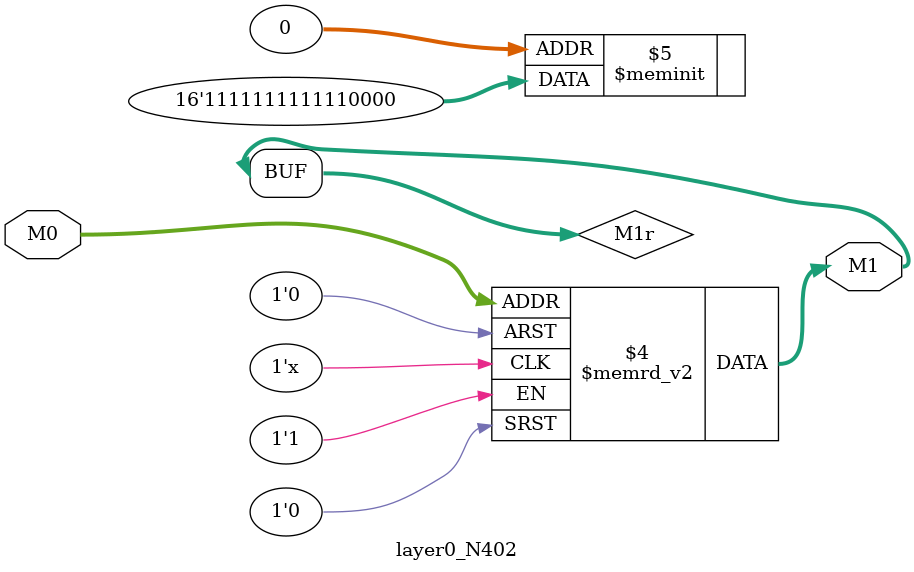
<source format=v>
module layer0_N402 ( input [2:0] M0, output [1:0] M1 );

	(*rom_style = "distributed" *) reg [1:0] M1r;
	assign M1 = M1r;
	always @ (M0) begin
		case (M0)
			3'b000: M1r = 2'b00;
			3'b100: M1r = 2'b11;
			3'b010: M1r = 2'b11;
			3'b110: M1r = 2'b11;
			3'b001: M1r = 2'b00;
			3'b101: M1r = 2'b11;
			3'b011: M1r = 2'b11;
			3'b111: M1r = 2'b11;

		endcase
	end
endmodule

</source>
